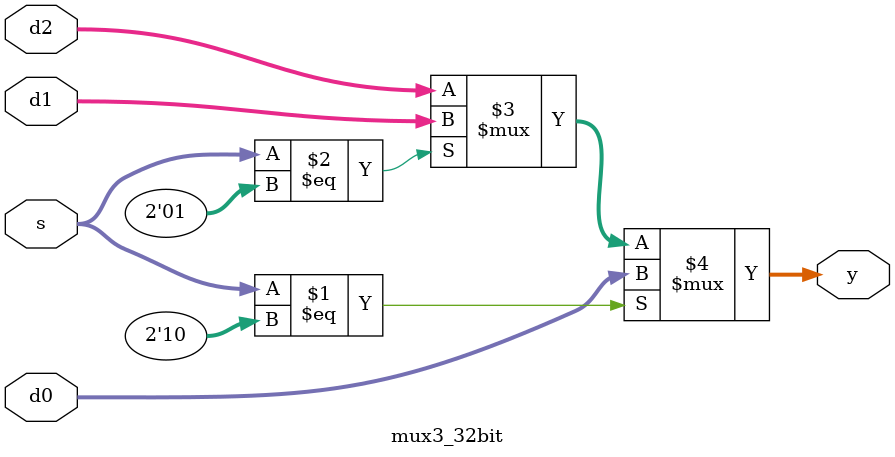
<source format=v>
module mux3_32bit(d0, d1, d2, s, y); //mux2 module
	input[31:0] d0, d1, d2;
   input [1:0]s;
   output[31:0] y;

	assign y =(s==2'b10)?d0:((s==2'b01)?d1:d2);
endmodule
</source>
